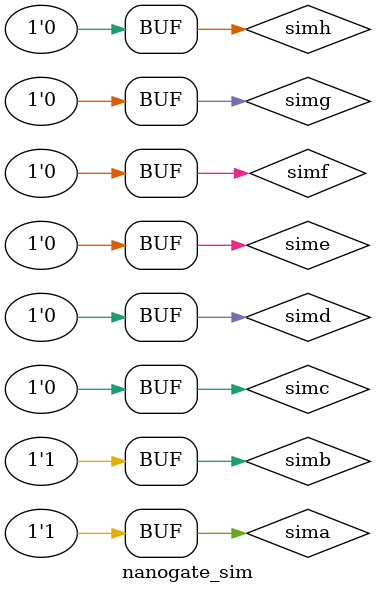
<source format=v>
`timescale 1ns / 1ps


module nanogate_sim( );
reg sima = 0,simb = 0,simc = 0,simd = 0,sime = 0,simf = 0,simg = 0,simh = 0;
wire simq;
nandgate #(2,1)  u_nand (
        .a(sima),
        .b(simb),
        .c(simc),
        .d(simd),
        .e(sime),
        .f(simf),
        .g(simg),
        .h(simh),
        .q(simq));
        initial begin
        #10
        sima = 0;simb  = 0;
        #10
        sima = 0;simb  = 1;
        #10
        sima = 1 ;simb  = 0;
        #10
        sima = 1 ;simb  = 1;         
        
        end 
endmodule

</source>
